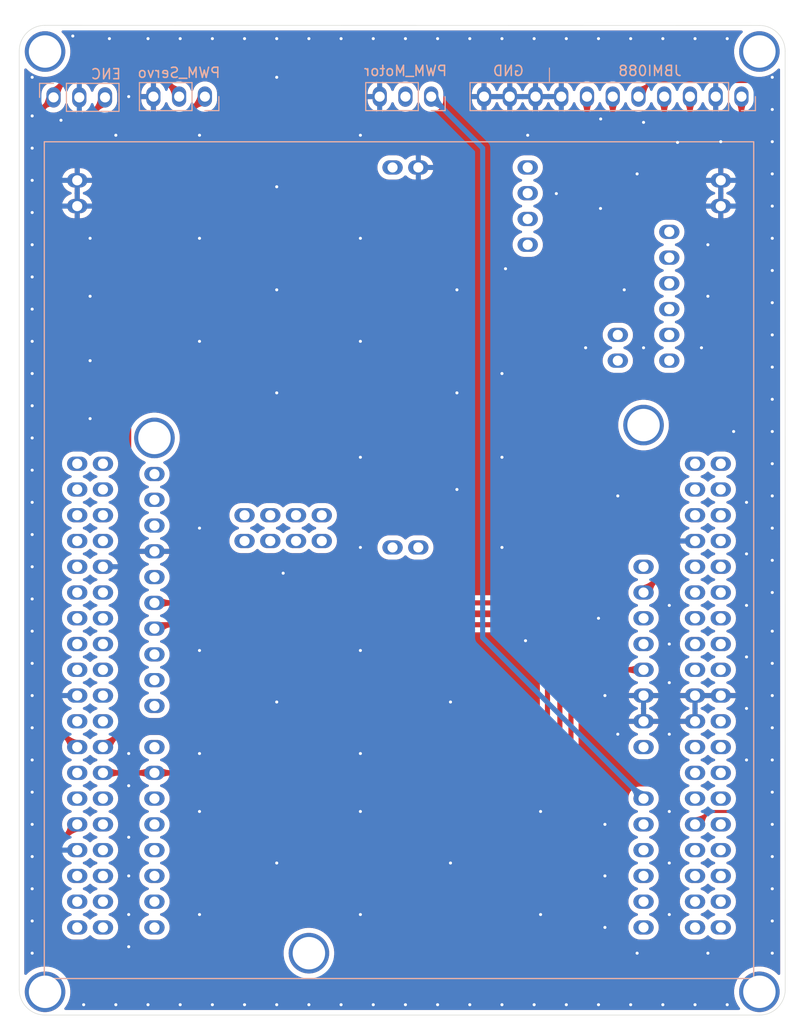
<source format=kicad_pcb>
(kicad_pcb (version 20241229) (generator "pcbnew") (generator_version "9.0")
  (layers (0 "F.Cu" signal) (2 "B.Cu" signal) (13 "F.Paste" user) (15 "B.Paste" user) (5 "F.SilkS" user "F.Silkscreen") (7 "B.SilkS" user "B.Silkscreen") (1 "F.Mask" user) (3 "B.Mask" user) (25 "Edge.Cuts" user))
  (net 0 "")
  (net 1 "ENC")
  (net 2 "MISO")
  (net 3 "CSB2")
  (net 4 "CSB1")
  (net 5 "MOSI")
  (net 6 "+3V3")
  (net 7 "GND")
  (net 8 "SCK")
  (net 10 "PWM_MOT")
  (net 11 "PWM_SERVO")
  (net 12 "+5V")
  (net 13 "E5V")
  (net 14 "VDD")
  (net 52 "5V_USB_CHG")
  (net 69 "E5V_1")
  (net 77 "5V_USB_CHG_1")
  (net 86 "VIN")
  (net 88 "VIN_1")
  (net 93 "VDD_1")
  (footprint "" (layer "F.Cu") (at 27.305 120.65)
    (property "Reference" "" (at 0 0 0) (layer "F.SilkS") (effects (font (size 1.27 1.27))))
    (property "Value" "")
    (pad "" thru_hole circle (at 0 0 180) (size 4 4) (drill 3.2) (layers "*.Cu" "*.Mask"))
  )
  (footprint "" (layer "F.Cu") (at 27.305 27.94)
    (property "Reference" "" (at 0 0 0) (layer "F.SilkS") (effects (font (size 1.27 1.27))))
    (property "Value" "")
    (pad "" thru_hole circle (at 0 0 180) (size 4 4) (drill 3.2) (layers "*.Cu" "*.Mask"))
  )
  (footprint "" (layer "F.Cu") (at 97.79 120.65)
    (property "Reference" "" (at 0 0 0) (layer "F.SilkS") (effects (font (size 1.27 1.27))))
    (property "Value" "")
    (pad "" thru_hole circle (at 0 0 180) (size 4 4) (drill 3.2) (layers "*.Cu" "*.Mask"))
  )
  (footprint "" (layer "F.Cu") (at 97.79 27.94)
    (property "Reference" "" (at 0 0 0) (layer "F.SilkS") (effects (font (size 1.27 1.27))))
    (property "Value" "")
    (pad "" thru_hole circle (at 0 0 180) (size 4 4) (drill 3.2) (layers "*.Cu" "*.Mask"))
  )
  (footprint "NUCLEO-G0B1RE:MODULE_NUCLEO-G0B1RE" (layer "B.Cu") (at 62.23 78.09 180)
    (property "Reference" "U1" (hide yes))
    (property "Value" "NUCLEO-G0B1RE")
    (fp_line (start 35 41.25) (end 35 -41.25) (stroke (width 0.127)) (layer "B.SilkS"))
    (fp_line (start 35 -41.25) (end -35 -41.25) (stroke (width 0.127)) (layer "B.SilkS"))
    (fp_line (start -35 41.25) (end 35 41.25) (stroke (width 0.127)) (layer "B.SilkS"))
    (fp_line (start -35 -41.25) (end -35 41.25) (stroke (width 0.127)) (layer "B.SilkS"))
    (pad "" thru_hole circle (at -24.1299 13.32) (size 4 4) (drill 3.2) (layers "*.Cu" "*.Mask"))
    (pad "" thru_hole circle (at 8.8901 -38.75) (size 4 4) (drill 3.2) (layers "*.Cu" "*.Mask"))
    (pad "" thru_hole circle (at 24.1301 12.05) (size 4 4) (drill 3.2) (layers "*.Cu" "*.Mask"))
    (pad "CN4_1" thru_hole oval (at -12.7 38.72 180) (size 2 1.4) (drill 1) (layers "*.Cu" "*.Mask"))
    (pad "CN4_2" thru_hole oval (at -12.7 36.18 180) (size 2 1.4) (drill 1) (layers "*.Cu" "*.Mask"))
    (pad "CN4_3" thru_hole oval (at -12.7 33.64 180) (size 2 1.4) (drill 1) (layers "*.Cu" "*.Mask"))
    (pad "CN4_4" thru_hole oval (at -12.7 31.1 180) (size 2 1.4) (drill 1) (layers "*.Cu" "*.Mask"))
    (pad "CN5_1" thru_hole oval (at 24.13 -14.37 180) (size 2 1.4) (drill 1) (layers "*.Cu" "*.Mask"))
    (pad "CN5_2" thru_hole oval (at 24.13 -11.83 180) (size 2 1.4) (drill 1) (layers "*.Cu" "*.Mask"))
    (pad "CN5_3" thru_hole oval (at 24.13 -9.29 180) (size 2 1.4) (drill 1) (layers "*.Cu" "*.Mask"))
    (pad "CN5_4" thru_hole oval (at 24.13 -6.75 180) (size 2 1.4) (drill 1) (layers "*.Cu" "*.Mask") (net 5 "MOSI"))
    (pad "CN5_5" thru_hole oval (at 24.13 -4.21 180) (size 2 1.4) (drill 1) (layers "*.Cu" "*.Mask") (net 2 "MISO"))
    (pad "CN5_6" thru_hole oval (at 24.13 -1.67 180) (size 2 1.4) (drill 1) (layers "*.Cu" "*.Mask"))
    (pad "CN5_7" thru_hole oval (at 24.13 0.87 180) (size 2 1.4) (drill 1) (layers "*.Cu" "*.Mask") (net 7 "GND"))
    (pad "CN5_8" thru_hole oval (at 24.13 3.41 180) (size 2 1.4) (drill 1) (layers "*.Cu" "*.Mask"))
    (pad "CN5_9" thru_hole oval (at 24.13 5.95 180) (size 2 1.4) (drill 1) (layers "*.Cu" "*.Mask"))
    (pad "CN5_10" thru_hole oval (at 24.13 8.49 180) (size 2 1.4) (drill 1) (layers "*.Cu" "*.Mask"))
    (pad "CN6_1" thru_hole oval (at -24.13 -0.65 180) (size 2 1.4) (drill 1) (layers "*.Cu" "*.Mask"))
    (pad "CN6_2" thru_hole oval (at -24.13 -3.19 180) (size 2 1.4) (drill 1) (layers "*.Cu" "*.Mask") (net 6 "+3V3"))
    (pad "CN6_3" thru_hole oval (at -24.13 -5.73 180) (size 2 1.4) (drill 1) (layers "*.Cu" "*.Mask"))
    (pad "CN6_4" thru_hole oval (at -24.13 -8.27 180) (size 2 1.4) (drill 1) (layers "*.Cu" "*.Mask") (net 6 "+3V3"))
    (pad "CN6_5" thru_hole oval (at -24.13 -10.81 180) (size 2 1.4) (drill 1) (layers "*.Cu" "*.Mask") (net 12 "+5V"))
    (pad "CN6_6" thru_hole oval (at -24.13 -13.35 180) (size 2 1.4) (drill 1) (layers "*.Cu" "*.Mask") (net 7 "GND"))
    (pad "CN6_7" thru_hole oval (at -24.13 -15.89 180) (size 2 1.4) (drill 1) (layers "*.Cu" "*.Mask") (net 7 "GND"))
    (pad "CN6_8" thru_hole oval (at -24.13 -18.43 180) (size 2 1.4) (drill 1) (layers "*.Cu" "*.Mask") (net 86 "VIN"))
    (pad "CN7_1" thru_hole oval (at -31.75 9.51 180) (size 2 1.4) (drill 1) (layers "*.Cu" "*.Mask"))
    (pad "CN7_2" thru_hole oval (at -29.21 9.51 180) (size 2 1.4) (drill 1) (layers "*.Cu" "*.Mask"))
    (pad "CN7_3" thru_hole oval (at -31.75 6.97 180) (size 2 1.4) (drill 1) (layers "*.Cu" "*.Mask"))
    (pad "CN7_4" thru_hole oval (at -29.21 6.97 180) (size 2 1.4) (drill 1) (layers "*.Cu" "*.Mask"))
    (pad "CN7_5" thru_hole oval (at -31.75 4.43 180) (size 2 1.4) (drill 1) (layers "*.Cu" "*.Mask") (net 14 "VDD"))
    (pad "CN7_6" thru_hole oval (at -29.21 4.43 180) (size 2 1.4) (drill 1) (layers "*.Cu" "*.Mask") (net 69 "E5V_1"))
    (pad "CN7_7" thru_hole oval (at -31.75 1.89 180) (size 2 1.4) (drill 1) (layers "*.Cu" "*.Mask"))
    (pad "CN7_8" thru_hole oval (at -29.21 1.89 180) (size 2 1.4) (drill 1) (layers "*.Cu" "*.Mask") (net 7 "GND"))
    (pad "CN7_9" thru_hole oval (at -31.75 -0.65 180) (size 2 1.4) (drill 1) (layers "*.Cu" "*.Mask"))
    (pad "CN7_10" thru_hole oval (at -29.21 -0.65 180) (size 2 1.4) (drill 1) (layers "*.Cu" "*.Mask"))
    (pad "CN7_11" thru_hole oval (at -31.75 -3.19 180) (size 2 1.4) (drill 1) (layers "*.Cu" "*.Mask"))
    (pad "CN7_12" thru_hole oval (at -29.21 -3.19 180) (size 2 1.4) (drill 1) (layers "*.Cu" "*.Mask") (net 6 "+3V3"))
    (pad "CN7_13" thru_hole oval (at -31.75 -5.73 180) (size 2 1.4) (drill 1) (layers "*.Cu" "*.Mask"))
    (pad "CN7_14" thru_hole oval (at -29.21 -5.73 180) (size 2 1.4) (drill 1) (layers "*.Cu" "*.Mask"))
    (pad "CN7_15" thru_hole oval (at -31.75 -8.27 180) (size 2 1.4) (drill 1) (layers "*.Cu" "*.Mask"))
    (pad "CN7_16" thru_hole oval (at -29.21 -8.27 180) (size 2 1.4) (drill 1) (layers "*.Cu" "*.Mask") (net 6 "+3V3"))
    (pad "CN7_17" thru_hole oval (at -31.75 -10.81 180) (size 2 1.4) (drill 1) (layers "*.Cu" "*.Mask"))
    (pad "CN7_18" thru_hole oval (at -29.21 -10.81 180) (size 2 1.4) (drill 1) (layers "*.Cu" "*.Mask") (net 12 "+5V"))
    (pad "CN7_19" thru_hole oval (at -31.75 -13.35 180) (size 2 1.4) (drill 1) (layers "*.Cu" "*.Mask") (net 7 "GND"))
    (pad "CN7_20" thru_hole oval (at -29.21 -13.35 180) (size 2 1.4) (drill 1) (layers "*.Cu" "*.Mask") (net 7 "GND"))
    (pad "CN7_21" thru_hole oval (at -31.75 -15.89 180) (size 2 1.4) (drill 1) (layers "*.Cu" "*.Mask"))
    (pad "CN7_22" thru_hole oval (at -29.21 -15.89 180) (size 2 1.4) (drill 1) (layers "*.Cu" "*.Mask") (net 7 "GND"))
    (pad "CN7_23" thru_hole oval (at -31.75 -18.43 180) (size 2 1.4) (drill 1) (layers "*.Cu" "*.Mask"))
    (pad "CN7_24" thru_hole oval (at -29.21 -18.43 180) (size 2 1.4) (drill 1) (layers "*.Cu" "*.Mask") (net 88 "VIN_1"))
    (pad "CN7_25" thru_hole oval (at -31.75 -20.97 180) (size 2 1.4) (drill 1) (layers "*.Cu" "*.Mask"))
    (pad "CN7_26" thru_hole oval (at -29.21 -20.97 180) (size 2 1.4) (drill 1) (layers "*.Cu" "*.Mask"))
    (pad "CN7_27" thru_hole oval (at -31.75 -23.51 180) (size 2 1.4) (drill 1) (layers "*.Cu" "*.Mask"))
    (pad "CN7_28" thru_hole oval (at -29.21 -23.51 180) (size 2 1.4) (drill 1) (layers "*.Cu" "*.Mask") (net 10 "PWM_MOT"))
    (pad "CN7_29" thru_hole oval (at -31.75 -26.05 180) (size 2 1.4) (drill 1) (layers "*.Cu" "*.Mask"))
    (pad "CN7_30" thru_hole oval (at -29.21 -26.05 180) (size 2 1.4) (drill 1) (layers "*.Cu" "*.Mask") (net 8 "SCK"))
    (pad "CN7_31" thru_hole oval (at -31.75 -28.59 180) (size 2 1.4) (drill 1) (layers "*.Cu" "*.Mask"))
    (pad "CN7_32" thru_hole oval (at -29.21 -28.59 180) (size 2 1.4) (drill 1) (layers "*.Cu" "*.Mask"))
    (pad "CN7_33" thru_hole oval (at -31.75 -31.13 180) (size 2 1.4) (drill 1) (layers "*.Cu" "*.Mask"))
    (pad "CN7_34" thru_hole oval (at -29.21 -31.13 180) (size 2 1.4) (drill 1) (layers "*.Cu" "*.Mask"))
    (pad "CN7_35" thru_hole oval (at -31.75 -33.67 180) (size 2 1.4) (drill 1) (layers "*.Cu" "*.Mask"))
    (pad "CN7_36" thru_hole oval (at -29.21 -33.67 180) (size 2 1.4) (drill 1) (layers "*.Cu" "*.Mask"))
    (pad "CN7_37" thru_hole oval (at -31.75 -36.21 180) (size 2 1.4) (drill 1) (layers "*.Cu" "*.Mask"))
    (pad "CN7_38" thru_hole oval (at -29.21 -36.21 180) (size 2 1.4) (drill 1) (layers "*.Cu" "*.Mask"))
    (pad "CN8_1" thru_hole oval (at -24.13 -23.51 180) (size 2 1.4) (drill 1) (layers "*.Cu" "*.Mask") (net 10 "PWM_MOT"))
    (pad "CN8_2" thru_hole oval (at -24.13 -26.05 180) (size 2 1.4) (drill 1) (layers "*.Cu" "*.Mask") (net 8 "SCK"))
    (pad "CN8_3" thru_hole oval (at -24.13 -28.59 180) (size 2 1.4) (drill 1) (layers "*.Cu" "*.Mask"))
    (pad "CN8_4" thru_hole oval (at -24.13 -31.13 180) (size 2 1.4) (drill 1) (layers "*.Cu" "*.Mask"))
    (pad "CN8_5" thru_hole oval (at -24.13 -33.67 180) (size 2 1.4) (drill 1) (layers "*.Cu" "*.Mask"))
    (pad "CN8_6" thru_hole oval (at -24.13 -36.21 180) (size 2 1.4) (drill 1) (layers "*.Cu" "*.Mask"))
    (pad "CN9_1" thru_hole oval (at 24.13 -36.21 180) (size 2 1.4) (drill 1) (layers "*.Cu" "*.Mask"))
    (pad "CN9_2" thru_hole oval (at 24.13 -33.67 180) (size 2 1.4) (drill 1) (layers "*.Cu" "*.Mask"))
    (pad "CN9_3" thru_hole oval (at 24.13 -31.13 180) (size 2 1.4) (drill 1) (layers "*.Cu" "*.Mask"))
    (pad "CN9_4" thru_hole oval (at 24.13 -28.59 180) (size 2 1.4) (drill 1) (layers "*.Cu" "*.Mask"))
    (pad "CN9_5" thru_hole oval (at 24.13 -26.05 180) (size 2 1.4) (drill 1) (layers "*.Cu" "*.Mask"))
    (pad "CN9_6" thru_hole oval (at 24.13 -23.51 180) (size 2 1.4) (drill 1) (layers "*.Cu" "*.Mask"))
    (pad "CN9_7" thru_hole oval (at 24.13 -20.97 180) (size 2 1.4) (drill 1) (layers "*.Cu" "*.Mask") (net 3 "CSB2"))
    (pad "CN9_8" thru_hole oval (at 24.13 -18.43 180) (size 2 1.4) (drill 1) (layers "*.Cu" "*.Mask") (net 11 "PWM_SERVO"))
    (pad "CN10_1" thru_hole oval (at 29.21 9.51 180) (size 2 1.4) (drill 1) (layers "*.Cu" "*.Mask"))
    (pad "CN10_2" thru_hole oval (at 31.75 9.51 180) (size 2 1.4) (drill 1) (layers "*.Cu" "*.Mask"))
    (pad "CN10_3" thru_hole oval (at 29.21 6.97 180) (size 2 1.4) (drill 1) (layers "*.Cu" "*.Mask"))
    (pad "CN10_4" thru_hole oval (at 31.75 6.97 180) (size 2 1.4) (drill 1) (layers "*.Cu" "*.Mask"))
    (pad "CN10_5" thru_hole oval (at 29.21 4.43 180) (size 2 1.4) (drill 1) (layers "*.Cu" "*.Mask"))
    (pad "CN10_6" thru_hole oval (at 31.75 4.43 180) (size 2 1.4) (drill 1) (layers "*.Cu" "*.Mask"))
    (pad "CN10_7" thru_hole oval (at 29.21 1.89 180) (size 2 1.4) (drill 1) (layers "*.Cu" "*.Mask"))
    (pad "CN10_8" thru_hole oval (at 31.75 1.89 180) (size 2 1.4) (drill 1) (layers "*.Cu" "*.Mask") (net 52 "5V_USB_CHG"))
    (pad "CN10_9" thru_hole oval (at 29.21 -0.65 180) (size 2 1.4) (drill 1) (layers "*.Cu" "*.Mask") (net 7 "GND"))
    (pad "CN10_10" thru_hole oval (at 31.75 -0.65 180) (size 2 1.4) (drill 1) (layers "*.Cu" "*.Mask"))
    (pad "CN10_11" thru_hole oval (at 29.21 -3.19 180) (size 2 1.4) (drill 1) (layers "*.Cu" "*.Mask"))
    (pad "CN10_12" thru_hole oval (at 31.75 -3.19 180) (size 2 1.4) (drill 1) (layers "*.Cu" "*.Mask"))
    (pad "CN10_13" thru_hole oval (at 29.21 -5.73 180) (size 2 1.4) (drill 1) (layers "*.Cu" "*.Mask") (net 2 "MISO"))
    (pad "CN10_14" thru_hole oval (at 31.75 -5.73 180) (size 2 1.4) (drill 1) (layers "*.Cu" "*.Mask"))
    (pad "CN10_15" thru_hole oval (at 29.21 -8.27 180) (size 2 1.4) (drill 1) (layers "*.Cu" "*.Mask") (net 5 "MOSI"))
    (pad "CN10_16" thru_hole oval (at 31.75 -8.27 180) (size 2 1.4) (drill 1) (layers "*.Cu" "*.Mask"))
    (pad "CN10_17" thru_hole oval (at 29.21 -10.81 180) (size 2 1.4) (drill 1) (layers "*.Cu" "*.Mask"))
    (pad "CN10_18" thru_hole oval (at 31.75 -10.81 180) (size 2 1.4) (drill 1) (layers "*.Cu" "*.Mask"))
    (pad "CN10_19" thru_hole oval (at 29.21 -13.35 180) (size 2 1.4) (drill 1) (layers "*.Cu" "*.Mask"))
    (pad "CN10_20" thru_hole oval (at 31.75 -13.35 180) (size 2 1.4) (drill 1) (layers "*.Cu" "*.Mask") (net 7 "GND"))
    (pad "CN10_21" thru_hole oval (at 29.21 -15.89 180) (size 2 1.4) (drill 1) (layers "*.Cu" "*.Mask"))
    (pad "CN10_22" thru_hole oval (at 31.75 -15.89 180) (size 2 1.4) (drill 1) (layers "*.Cu" "*.Mask"))
    (pad "CN10_23" thru_hole oval (at 29.21 -18.43 180) (size 2 1.4) (drill 1) (layers "*.Cu" "*.Mask") (net 11 "PWM_SERVO"))
    (pad "CN10_24" thru_hole oval (at 31.75 -18.43 180) (size 2 1.4) (drill 1) (layers "*.Cu" "*.Mask") (net 1 "ENC"))
    (pad "CN10_25" thru_hole oval (at 29.21 -20.97 180) (size 2 1.4) (drill 1) (layers "*.Cu" "*.Mask") (net 3 "CSB2"))
    (pad "CN10_26" thru_hole oval (at 31.75 -20.97 180) (size 2 1.4) (drill 1) (layers "*.Cu" "*.Mask"))
    (pad "CN10_27" thru_hole oval (at 29.21 -23.51 180) (size 2 1.4) (drill 1) (layers "*.Cu" "*.Mask"))
    (pad "CN10_28" thru_hole oval (at 31.75 -23.51 180) (size 2 1.4) (drill 1) (layers "*.Cu" "*.Mask"))
    (pad "CN10_29" thru_hole oval (at 29.21 -26.05 180) (size 2 1.4) (drill 1) (layers "*.Cu" "*.Mask"))
    (pad "CN10_30" thru_hole oval (at 31.75 -26.05 180) (size 2 1.4) (drill 1) (layers "*.Cu" "*.Mask") (net 4 "CSB1"))
    (pad "CN10_31" thru_hole oval (at 29.21 -28.59 180) (size 2 1.4) (drill 1) (layers "*.Cu" "*.Mask"))
    (pad "CN10_32" thru_hole oval (at 31.75 -28.59 180) (size 2 1.4) (drill 1) (layers "*.Cu" "*.Mask") (net 7 "GND"))
    (pad "CN10_33" thru_hole oval (at 29.21 -31.13 180) (size 2 1.4) (drill 1) (layers "*.Cu" "*.Mask"))
    (pad "CN10_34" thru_hole oval (at 31.75 -31.13 180) (size 2 1.4) (drill 1) (layers "*.Cu" "*.Mask"))
    (pad "CN10_35" thru_hole oval (at 29.21 -33.67 180) (size 2 1.4) (drill 1) (layers "*.Cu" "*.Mask"))
    (pad "CN10_36" thru_hole oval (at 31.75 -33.67 180) (size 2 1.4) (drill 1) (layers "*.Cu" "*.Mask"))
    (pad "CN10_37" thru_hole oval (at 29.21 -36.21 180) (size 2 1.4) (drill 1) (layers "*.Cu" "*.Mask"))
    (pad "CN10_38" thru_hole oval (at 31.75 -36.21 180) (size 2 1.4) (drill 1) (layers "*.Cu" "*.Mask"))
    (pad "CN11_1" thru_hole oval (at -26.67 32.37 180) (size 2 1.4) (drill 1) (layers "*.Cu" "*.Mask"))
    (pad "CN11_2" thru_hole oval (at -26.67 29.83 180) (size 2 1.4) (drill 1) (layers "*.Cu" "*.Mask"))
    (pad "CN11_3" thru_hole oval (at -26.67 27.29 180) (size 2 1.4) (drill 1) (layers "*.Cu" "*.Mask"))
    (pad "CN11_4" thru_hole oval (at -26.67 24.75 180) (size 2 1.4) (drill 1) (layers "*.Cu" "*.Mask"))
    (pad "CN11_5" thru_hole oval (at -26.67 22.21 180) (size 2 1.4) (drill 1) (layers "*.Cu" "*.Mask"))
    (pad "CN11_6" thru_hole oval (at -26.67 19.67 180) (size 2 1.4) (drill 1) (layers "*.Cu" "*.Mask"))
    (pad "JP1_1" thru_hole oval (at 0.635 38.72 180) (size 2 1.4) (drill 1) (layers "*.Cu" "*.Mask"))
    (pad "JP1_2" thru_hole oval (at -1.905 38.72 180) (size 2 1.4) (drill 1) (layers "*.Cu" "*.Mask") (net 7 "GND"))
    (pad "JP2_1" thru_hole oval (at 15.24 4.43 180) (size 2 1.4) (drill 1) (layers "*.Cu" "*.Mask"))
    (pad "JP2_2" thru_hole oval (at 15.24 1.89 180) (size 2 1.4) (drill 1) (layers "*.Cu" "*.Mask") (net 12 "+5V"))
    (pad "JP2_3" thru_hole oval (at 12.7 4.43 180) (size 2 1.4) (drill 1) (layers "*.Cu" "*.Mask"))
    (pad "JP2_4" thru_hole oval (at 12.7 1.89 180) (size 2 1.4) (drill 1) (layers "*.Cu" "*.Mask") (net 12 "+5V"))
    (pad "JP2_5" thru_hole oval (at 10.16 4.43 180) (size 2 1.4) (drill 1) (layers "*.Cu" "*.Mask") (net 13 "E5V"))
    (pad "JP2_6" thru_hole oval (at 10.16 1.89 180) (size 2 1.4) (drill 1) (layers "*.Cu" "*.Mask") (net 12 "+5V"))
    (pad "JP2_7" thru_hole oval (at 7.62 4.43 180) (size 2 1.4) (drill 1) (layers "*.Cu" "*.Mask") (net 77 "5V_USB_CHG_1"))
    (pad "JP2_8" thru_hole oval (at 7.62 1.89 180) (size 2 1.4) (drill 1) (layers "*.Cu" "*.Mask") (net 12 "+5V"))
    (pad "JP3_1" thru_hole oval (at -1.905 1.255 180) (size 2 1.4) (drill 1) (layers "*.Cu" "*.Mask") (net 93 "VDD_1"))
    (pad "JP3_2" thru_hole oval (at 0.635 1.255 180) (size 2 1.4) (drill 1) (layers "*.Cu" "*.Mask") (net 6 "+3V3"))
    (pad "JP4_1" thru_hole oval (at -31.75 34.91 180) (size 2 1.4) (drill 1) (layers "*.Cu" "*.Mask") (net 7 "GND"))
    (pad "JP4_2" thru_hole oval (at -31.75 37.45 180) (size 2 1.4) (drill 1) (layers "*.Cu" "*.Mask") (net 7 "GND"))
    (pad "JP5_1" thru_hole oval (at 31.75 34.91 180) (size 2 1.4) (drill 1) (layers "*.Cu" "*.Mask") (net 7 "GND"))
    (pad "JP5_2" thru_hole oval (at 31.75 37.45 180) (size 2 1.4) (drill 1) (layers "*.Cu" "*.Mask") (net 7 "GND"))
    (pad "JP6_1" thru_hole oval (at -21.59 19.67 180) (size 2 1.4) (drill 1) (layers "*.Cu" "*.Mask"))
    (pad "JP6_2" thru_hole oval (at -21.59 22.21 180) (size 2 1.4) (drill 1) (layers "*.Cu" "*.Mask"))
  )
  (footprint "Connector_PinHeader_2.54mm:PinHeader_1x03_P2.54mm_Vertical" (layer "B.Cu") (at 28.143907 32.460493 -90)
    (property "Reference" "ENC" (at -2.295037 -5.173249 180) (layer "B.SilkS") (effects (justify mirror)))
    (property "Value" "Conn_01x03")
    (fp_line (start -1.38 1.38) (end 0 1.38) (stroke (width 0.12)) (layer "B.SilkS"))
    (fp_line (start -1.38 0) (end -1.38 1.38) (stroke (width 0.12)) (layer "B.SilkS"))
    (fp_line (start -1.38 -1.27) (end 1.38 -1.27) (stroke (width 0.12)) (layer "B.SilkS"))
    (fp_line (start -1.38 -1.27) (end -1.38 -6.46) (stroke (width 0.12)) (layer "B.SilkS"))
    (fp_line (start 1.38 -1.27) (end 1.38 -6.46) (stroke (width 0.12)) (layer "B.SilkS"))
    (fp_line (start -1.38 -6.46) (end 1.38 -6.46) (stroke (width 0.12)) (layer "B.SilkS"))
    (pad "1" thru_hole oval (at 0 0 270) (size 2 1.4) (drill 1) (layers "*.Cu" "*.Mask") (net 12 "+5V"))
    (pad "2" thru_hole oval (at 0 -2.54 270) (size 2 1.4) (drill 1) (layers "*.Cu" "*.Mask") (net 7 "GND"))
    (pad "3" thru_hole oval (at 0 -5.08 270) (size 2 1.4) (drill 1) (layers "*.Cu" "*.Mask") (net 1 "ENC"))
  )
  (footprint "Connector_PinHeader_2.54mm:PinHeader_1x03_P2.54mm_Vertical" (layer "B.Cu") (at 43.0784 32.385 90)
    (property "Reference" "PWM_Servo" (at 2.355237 -2.561353 0) (layer "B.SilkS") (effects (justify mirror)))
    (property "Value" "Conn_01x03" (hide yes))
    (fp_line (start -1.38 -6.46) (end 1.38 -6.46) (stroke (width 0.12)) (layer "B.SilkS"))
    (fp_line (start 1.38 -1.27) (end 1.38 -6.46) (stroke (width 0.12)) (layer "B.SilkS"))
    (fp_line (start -1.38 -1.27) (end -1.38 -6.46) (stroke (width 0.12)) (layer "B.SilkS"))
    (fp_line (start -1.38 -1.27) (end 1.38 -1.27) (stroke (width 0.12)) (layer "B.SilkS"))
    (fp_line (start -1.38 0) (end -1.38 1.38) (stroke (width 0.12)) (layer "B.SilkS"))
    (fp_line (start -1.38 1.38) (end 0 1.38) (stroke (width 0.12)) (layer "B.SilkS"))
    (pad "1" thru_hole oval (at 0 0 90) (size 2 1.4) (drill 1) (layers "*.Cu" "*.Mask") (net 11 "PWM_SERVO"))
    (pad "2" thru_hole oval (at 0 -2.54 90) (size 2 1.4) (drill 1) (layers "*.Cu" "*.Mask") (net 12 "+5V"))
    (pad "3" thru_hole oval (at 0 -5.08 90) (size 2 1.4) (drill 1) (layers "*.Cu" "*.Mask") (net 7 "GND"))
  )
  (footprint "Connector_PinHeader_2.54mm:PinHeader_1x11_P2.54mm_Vertical" (layer "B.Cu") (at 96.02 32.385 90)
    (property "Reference" "JBMI088" (at 2.54 -9.025 0) (layer "B.SilkS") (effects (justify mirror)))
    (property "Value" "Conn_01x11" (hide yes))
    (fp_line (start -1.38 -26.78) (end 1.38 -26.78) (stroke (width 0.12)) (layer "B.SilkS"))
    (fp_line (start 1.38 -1.27) (end 1.38 -26.78) (stroke (width 0.12)) (layer "B.SilkS"))
    (fp_line (start -1.38 -1.27) (end -1.38 -26.78) (stroke (width 0.12)) (layer "B.SilkS"))
    (fp_line (start -1.38 -1.27) (end 1.38 -1.27) (stroke (width 0.12)) (layer "B.SilkS"))
    (fp_line (start -1.38 0) (end -1.38 1.38) (stroke (width 0.12)) (layer "B.SilkS"))
    (fp_line (start -1.38 1.38) (end 0 1.38) (stroke (width 0.12)) (layer "B.SilkS"))
    (pad "1" thru_hole oval (at 0 0 90) (size 2 1.4) (drill 1) (layers "*.Cu" "*.Mask") (net 6 "+3V3"))
    (pad "2" thru_hole oval (at 0 -2.54 90) (size 2 1.4) (drill 1) (layers "*.Cu" "*.Mask") (net 7 "GND"))
    (pad "3" thru_hole oval (at 0 -5.08 90) (size 2 1.4) (drill 1) (layers "*.Cu" "*.Mask") (net 4 "CSB1"))
    (pad "4" thru_hole oval (at 0 -7.62 90) (size 2 1.4) (drill 1) (layers "*.Cu" "*.Mask") (net 3 "CSB2"))
    (pad "5" thru_hole oval (at 0 -10.16 90) (size 2 1.4) (drill 1) (layers "*.Cu" "*.Mask") (net 8 "SCK"))
    (pad "6" thru_hole oval (at 0 -12.7 90) (size 2 1.4) (drill 1) (layers "*.Cu" "*.Mask") (net 5 "MOSI"))
    (pad "7" thru_hole oval (at 0 -15.24 90) (size 2 1.4) (drill 1) (layers "*.Cu" "*.Mask") (net 2 "MISO"))
    (pad "8" thru_hole oval (at 0 -17.78 90) (size 2 1.4) (drill 1) (layers "*.Cu" "*.Mask") (net 7 "GND"))
    (pad "9" thru_hole oval (at 0 -20.32 90) (size 2 1.4) (drill 1) (layers "*.Cu" "*.Mask") (net 7 "GND"))
    (pad "10" thru_hole oval (at 0 -22.86 90) (size 2 1.4) (drill 1) (layers "*.Cu" "*.Mask") (net 7 "GND"))
    (pad "11" thru_hole oval (at 0 -25.4 90) (size 2 1.4) (drill 1) (layers "*.Cu" "*.Mask") (net 7 "GND"))
  )
  (footprint "Connector_PinHeader_2.54mm:PinHeader_1x03_P2.54mm_Vertical" (layer "B.Cu") (at 65.405 32.385 90)
    (property "Reference" "PWM_Motor" (at 2.54 -2.54 0) (layer "B.SilkS") (effects (justify mirror)))
    (property "Value" "Conn_01x03" (hide yes))
    (fp_line (start -1.38 -6.46) (end 1.38 -6.46) (stroke (width 0.12)) (layer "B.SilkS"))
    (fp_line (start 1.38 -1.27) (end 1.38 -6.46) (stroke (width 0.12)) (layer "B.SilkS"))
    (fp_line (start -1.38 -1.27) (end -1.38 -6.46) (stroke (width 0.12)) (layer "B.SilkS"))
    (fp_line (start -1.38 -1.27) (end 1.38 -1.27) (stroke (width 0.12)) (layer "B.SilkS"))
    (fp_line (start -1.38 0) (end -1.38 1.38) (stroke (width 0.12)) (layer "B.SilkS"))
    (fp_line (start -1.38 1.38) (end 0 1.38) (stroke (width 0.12)) (layer "B.SilkS"))
    (pad "1" thru_hole oval (at 0 0 90) (size 2 1.4) (drill 1) (layers "*.Cu" "*.Mask") (net 10 "PWM_MOT"))
    (pad "2" thru_hole oval (at 0 -2.54 90) (size 2 1.4) (drill 1) (layers "*.Cu" "*.Mask"))
    (pad "3" thru_hole oval (at 0 -5.08 90) (size 2 1.4) (drill 1) (layers "*.Cu" "*.Mask") (net 7 "GND"))
  )
  (gr_line (start 77.072839 31.005) (end 77.073809 29.565949) (stroke (width 0.1)) (layer "B.SilkS"))
  (gr_line (start 24.758981 120.41102) (end 24.75898 27.88898) (stroke (width 0.05)) (layer "Edge.Cuts"))
  (gr_line (start 97.81102 122.941019) (end 27.28898 122.94102) (stroke (width 0.05)) (layer "Edge.Cuts"))
  (gr_arc (start 24.75898 27.88898) (mid 25.5 26.1) (end 27.28898 25.35898) (stroke (width 0.05)) (layer "Edge.Cuts"))
  (gr_line (start 100.33 27.9) (end 100.34102 120.41102) (stroke (width 0.05)) (layer "Edge.Cuts"))
  (gr_line (start 27.28898 25.35898) (end 97.8 25.37) (stroke (width 0.05)) (layer "Edge.Cuts"))
  (gr_arc (start 27.28898 122.94102) (mid 25.5 122.2) (end 24.75898 120.41102) (stroke (width 0.05)) (layer "Edge.Cuts"))
  (gr_arc (start 97.8 25.37) (mid 99.58898 26.11102) (end 100.33 27.9) (stroke (width 0.05)) (layer "Edge.Cuts"))
  (gr_arc (start 100.34102 120.41102) (mid 99.6 122.2) (end 97.81102 122.94102) (stroke (width 0.05)) (layer "Edge.Cuts"))
  (gr_text "GND\n" (at 73.025 29.845 0) (layer "B.SilkS") (effects (font (size 1 1)) (justify mirror)))
  (segment (start 28.0924 37.8968) (end 33.223907 32.765293) (width 0.5) (layer "F.Cu") (net 1))
  (segment (start 33.223907 32.765293) (end 33.223907 32.460493) (width 0.5) (layer "F.Cu") (net 1))
  (segment (start 28.0924 94.2594) (end 28.0924 37.8968) (width 0.5) (layer "F.Cu") (net 1))
  (segment (start 30.48 96.52) (end 30.353 96.52) (width 0.5) (layer "F.Cu") (net 1))
  (segment (start 30.353 96.52) (end 28.0924 94.2594) (width 0.5) (layer "F.Cu") (net 1))
  (segment (start 74.05 51.68) (end 74.05 80.5344) (width 0.5) (layer "F.Cu") (net 2))
  (segment (start 81.38 39.817264) (end 81.18 39.817264) (width 0.5) (layer "F.Cu") (net 2))
  (segment (start 81.18 39.817264) (end 80.78 39.817264) (width 0.5) (layer "F.Cu") (net 2))
  (segment (start 80.78 40.817264) (end 81.38 40.817264) (width 0.5) (layer "F.Cu") (net 2))
  (segment (start 80.18 42.817264) (end 80.38 42.817264) (width 0.5) (layer "F.Cu") (net 2))
  (segment (start 72.2844 82.3) (end 38.1 82.3) (width 0.5) (layer "F.Cu") (net 2))
  (segment (start 80.78 41.817264) (end 80.38 41.817264) (width 0.5) (layer "F.Cu") (net 2))
  (segment (start 80.78 43.217264) (end 80.78 43.417264) (width 0.5) (layer "F.Cu") (net 2))
  (segment (start 80.78 43.417264) (end 80.78 44.324223) (width 0.5) (layer "F.Cu") (net 2))
  (segment (start 80.78 44.95) (end 74.05 51.68) (width 0.5) (layer "F.Cu") (net 2))
  (segment (start 80.38 41.817264) (end 80.18 41.817264) (width 0.5) (layer "F.Cu") (net 2))
  (segment (start 81.78 41.217264) (end 81.78 41.417264) (width 0.5) (layer "F.Cu") (net 2))
  (segment (start 74.05 80.5344) (end 72.2844 82.3) (width 0.5) (layer "F.Cu") (net 2))
  (segment (start 80.78 44.324223) (end 80.78 44.95) (width 0.5) (layer "F.Cu") (net 2))
  (segment (start 81.78 39.217264) (end 81.78 39.417264) (width 0.5) (layer "F.Cu") (net 2))
  (segment (start 80.78 39.817264) (end 80.18 39.817264) (width 0.5) (layer "F.Cu") (net 2))
  (segment (start 79.78 42.217264) (end 79.78 42.417264) (width 0.5) (layer "F.Cu") (net 2))
  (segment (start 79.78 40.217264) (end 79.78 40.417264) (width 0.5) (layer "F.Cu") (net 2))
  (segment (start 81.38 41.817264) (end 80.78 41.817264) (width 0.5) (layer "F.Cu") (net 2))
  (segment (start 80.18 40.817264) (end 80.78 40.817264) (width 0.5) (layer "F.Cu") (net 2))
  (segment (start 81.18 38.817264) (end 81.38 38.817264) (width 0.5) (layer "F.Cu") (net 2))
  (segment (start 80.78 32.385) (end 80.78 38.417264) (width 0.5) (layer "F.Cu") (net 2))
  (arc (start 81.38 40.817264) (mid 81.662843 40.934421) (end 81.78 41.217264) (width 0.5) (layer "F.Cu") (net 2))
  (arc (start 81.78 39.417264) (mid 81.662843 39.700107) (end 81.38 39.817264) (width 0.5) (layer "F.Cu") (net 2))
  (arc (start 80.38 42.817264) (mid 80.662843 42.934421) (end 80.78 43.217264) (width 0.5) (layer "F.Cu") (net 2))
  (arc (start 79.78 40.417264) (mid 79.897157 40.700107) (end 80.18 40.817264) (width 0.5) (layer "F.Cu") (net 2))
  (arc (start 80.78 38.417264) (mid 80.897157 38.700107) (end 81.18 38.817264) (width 0.5) (layer "F.Cu") (net 2))
  (arc (start 81.78 41.417264) (mid 81.662843 41.700107) (end 81.38 41.817264) (width 0.5) (layer "F.Cu") (net 2))
  (arc (start 79.78 42.417264) (mid 79.897157 42.700107) (end 80.18 42.817264) (width 0.5) (layer "F.Cu") (net 2))
  (arc (start 81.38 38.817264) (mid 81.662843 38.934421) (end 81.78 39.217264) (width 0.5) (layer "F.Cu") (net 2))
  (arc (start 80.18 39.817264) (mid 79.897157 39.934421) (end 79.78 40.217264) (width 0.5) (layer "F.Cu") (net 2))
  (arc (start 80.18 41.817264) (mid 79.897157 41.934421) (end 79.78 42.217264) (width 0.5) (layer "F.Cu") (net 2))
  (segment (start 88.4 41.14) (end 76.88 52.66) (width 0.5) (layer "F.Cu") (net 3))
  (segment (start 73.8886 99.06) (end 38.1 99.06) (width 0.5) (layer "F.Cu") (net 3))
  (segment (start 76.88 96.0686) (end 73.8886 99.06) (width 0.5) (layer "F.Cu") (net 3))
  (segment (start 76.88 52.66) (end 76.88 96.0686) (width 0.5) (layer "F.Cu") (net 3))
  (segment (start 33.02 99.06) (end 38.1 99.06) (width 0.5) (layer "F.Cu") (net 3))
  (segment (start 88.4 32.385) (end 88.4 41.14) (width 0.5) (layer "F.Cu") (net 3))
  (segment (start 78.105 115.985) (end 75.98 118.11) (width 0.5) (layer "F.Cu") (net 4))
  (segment (start 30.41 118.11) (end 28.13 115.83) (width 0.5) (layer "F.Cu") (net 4))
  (segment (start 28.13 115.83) (end 28.13 106.49) (width 0.5) (layer "F.Cu") (net 4))
  (segment (start 78.105 53.480798) (end 78.105 115.985) (width 0.5) (layer "F.Cu") (net 4))
  (segment (start 75.98 118.11) (end 56.32372 118.11) (width 0.5) (layer "F.Cu") (net 4))
  (segment (start 56.32372 118.11) (end 54.876753 119.556967) (width 0.5) (layer "F.Cu") (net 4))
  (segment (start 50.284352 118.11) (end 30.41 118.11) (width 0.5) (layer "F.Cu") (net 4))
  (segment (start 54.876753 119.556967) (end 51.731319 119.556967) (width 0.5) (layer "F.Cu") (net 4))
  (segment (start 90.94 32.385) (end 90.94 40.645798) (width 0.5) (layer "F.Cu") (net 4))
  (segment (start 51.731319 119.556967) (end 50.284352 118.11) (width 0.5) (layer "F.Cu") (net 4))
  (segment (start 90.94 40.645798) (end 78.105 53.480798) (width 0.5) (layer "F.Cu") (net 4))
  (segment (start 28.13 106.49) (end 30.48 104.14) (width 0.5) (layer "F.Cu") (net 4))
  (segment (start 84.32 35.814638) (end 84.32 36.014638) (width 0.5) (layer "F.Cu") (net 5))
  (segment (start 83.72 35.414638) (end 83.92 35.414638) (width 0.5) (layer "F.Cu") (net 5))
  (segment (start 83.32 38.063391) (end 83.32 44.315) (width 0.5) (layer "F.Cu") (net 5))
  (segment (start 83.32 32.385) (end 83.32 35.014638) (width 0.5) (layer "F.Cu") (net 5))
  (segment (start 75.5 81.22) (end 72.265 84.455) (width 0.5) (layer "F.Cu") (net 5))
  (segment (start 83.72 36.414638) (end 82.92 36.414638) (width 0.5) (layer "F.Cu") (net 5))
  (segment (start 75.5 52.135) (end 75.5 81.22) (width 0.5) (layer "F.Cu") (net 5))
  (segment (start 83.32 38.014638) (end 83.32 38.063391) (width 0.5) (layer "F.Cu") (net 5))
  (segment (start 83.32 44.315) (end 75.5 52.135) (width 0.5) (layer "F.Cu") (net 5))
  (segment (start 82.92 36.414638) (end 82.72 36.414638) (width 0.5) (layer "F.Cu") (net 5))
  (segment (start 38.485 84.455) (end 38.1 84.84) (width 0.5) (layer "F.Cu") (net 5))
  (segment (start 83.92 36.414638) (end 83.72 36.414638) (width 0.5) (layer "F.Cu") (net 5))
  (segment (start 72.265 84.455) (end 38.485 84.455) (width 0.5) (layer "F.Cu") (net 5))
  (segment (start 83.32 37.814638) (end 83.32 38.014638) (width 0.5) (layer "F.Cu") (net 5))
  (segment (start 82.32 36.814638) (end 82.32 37.014638) (width 0.5) (layer "F.Cu") (net 5))
  (segment (start 82.72 37.414638) (end 82.92 37.414638) (width 0.5) (layer "F.Cu") (net 5))
  (arc (start 84.32 36.014638) (mid 84.202843 36.297481) (end 83.92 36.414638) (width 0.5) (layer "F.Cu") (net 5))
  (arc (start 83.92 35.414638) (mid 84.202843 35.531795) (end 84.32 35.814638) (width 0.5) (layer "F.Cu") (net 5))
  (arc (start 82.92 37.414638) (mid 83.202843 37.531795) (end 83.32 37.814638) (width 0.5) (layer "F.Cu") (net 5))
  (arc (start 83.32 35.014638) (mid 83.437157 35.297481) (end 83.72 35.414638) (width 0.5) (layer "F.Cu") (net 5))
  (arc (start 82.72 36.414638) (mid 82.437157 36.531795) (end 82.32 36.814638) (width 0.5) (layer "F.Cu") (net 5))
  (arc (start 82.32 37.014638) (mid 82.437157 37.297481) (end 82.72 37.414638) (width 0.5) (layer "F.Cu") (net 5))
  (segment (start 88.9 67.31) (end 88.9 78.74) (width 0.5) (layer "F.Cu") (net 6))
  (segment (start 96.02 32.385) (end 96.02 60.19) (width 0.5) (layer "F.Cu") (net 6))
  (segment (start 96.02 60.19) (end 88.9 67.31) (width 0.5) (layer "F.Cu") (net 6))
  (segment (start 88.9 78.74) (end 86.36 81.28) (width 0.5) (layer "F.Cu") (net 6))
  (segment (start 75.66 31.76) (end 75.66 32.385) (width 0.5) (layer "F.Cu") (net 7))
  (via (at 50.165 107.95) (size 0.6) (drill 0.3) (layers "F.Cu" "B.Cu") (net 7))
  (via (at 62.865 121.92) (size 0.6) (drill 0.3) (layers "F.Cu" "B.Cu") (net 7))
  (via (at 99.06 55.88) (size 0.6) (drill 0.3) (layers "F.Cu" "B.Cu") (net 7))
  (via (at 26.035 72.39) (size 0.6) (drill 0.3) (layers "F.Cu" "B.Cu") (net 7))
  (via (at 42.545 86.995) (size 0.6) (drill 0.3) (layers "F.Cu" "B.Cu") (net 7))
  (via (at 86.36 57.15) (size 0.6) (drill 0.3) (layers "F.Cu" "B.Cu") (net 7))
  (via (at 99.06 110.49) (size 0.6) (drill 0.3) (layers "F.Cu" "B.Cu") (net 7))
  (via (at 99.06 113.665) (size 0.6) (drill 0.3) (layers "F.Cu" "B.Cu") (net 7))
  (via (at 78.74 121.92) (size 0.6) (drill 0.3) (layers "F.Cu" "B.Cu") (net 7))
  (via (at 72.39 26.67) (size 0.6) (drill 0.3) (layers "F.Cu" "B.Cu") (net 7))
  (via (at 74.93 36.195) (size 0.6) (drill 0.3) (layers "F.Cu" "B.Cu") (net 7))
  (via (at 35.56 105.41) (size 0.6) (drill 0.3) (layers "F.Cu" "B.Cu") (net 7))
  (via (at 99.06 49.53) (size 0.6) (drill 0.3) (layers "F.Cu" "B.Cu") (net 7))
  (via (at 46.99 26.67) (size 0.6) (drill 0.3) (layers "F.Cu" "B.Cu") (net 7))
  (via (at 26.035 56.515) (size 0.6) (drill 0.3) (layers "F.Cu" "B.Cu") (net 7))
  (via (at 26.035 107.315) (size 0.6) (drill 0.3) (layers "F.Cu" "B.Cu") (net 7))
  (via (at 42.545 46.355) (size 0.6) (drill 0.3) (layers "F.Cu" "B.Cu") (net 7))
  (via (at 72.39 67.945) (size 0.6) (drill 0.3) (layers "F.Cu" "B.Cu") (net 7))
  (via (at 26.035 100.965) (size 0.6) (drill 0.3) (layers "F.Cu" "B.Cu") (net 7))
  (via (at 84.455 51.435) (size 0.6) (drill 0.3) (layers "F.Cu" "B.Cu") (net 7))
  (via (at 78.74 26.67) (size 0.6) (drill 0.3) (layers "F.Cu" "B.Cu") (net 7))
  (via (at 77.754492 41.94717) (size 0.6) (drill 0.3) (layers "F.Cu" "B.Cu") (net 7))
  (via (at 99.06 78.105) (size 0.6) (drill 0.3) (layers "F.Cu" "B.Cu") (net 7))
  (via (at 88.9 82.55) (size 0.6) (drill 0.3) (layers "F.Cu" "B.Cu") (net 7))
  (via (at 26.035 59.69) (size 0.6) (drill 0.3) (layers "F.Cu" "B.Cu") (net 7))
  (via (at 99.06 94.615) (size 0.6) (drill 0.3) (layers "F.Cu" "B.Cu") (net 7))
  (via (at 85.09 26.67) (size 0.6) (drill 0.3) (layers "F.Cu" "B.Cu") (net 7))
  (via (at 46.99 121.92) (size 0.6) (drill 0.3) (layers "F.Cu" "B.Cu") (net 7))
  (via (at 85.725 40.005) (size 0.6) (drill 0.3) (layers "F.Cu" "B.Cu") (net 7))
  (via (at 72.39 76.835) (size 0.6) (drill 0.3) (layers "F.Cu" "B.Cu") (net 7))
  (via (at 81.915 83.82) (size 0.6) (drill 0.3) (layers "F.Cu" "B.Cu") (net 7))
  (via (at 26.035 66.04) (size 0.6) (drill 0.3) (layers "F.Cu" "B.Cu") (net 7))
  (via (at 99.06 30.48) (size 0.6) (drill 0.3) (layers "F.Cu" "B.Cu") (net 7))
  (via (at 50.165 61.595) (size 0.6) (drill 0.3) (layers "F.Cu" "B.Cu") (net 7))
  (via (at 75.565 121.92) (size 0.6) (drill 0.3) (layers "F.Cu" "B.Cu") (net 7))
  (via (at 99.06 107.315) (size 0.6) (drill 0.3) (layers "F.Cu" "B.Cu") (net 7))
  (via (at 56.515 26.67) (size 0.6) (drill 0.3) (layers "F.Cu" "B.Cu") (net 7))
  (via (at 67.31 107.95) (size 0.6) (drill 0.3) (layers "F.Cu" "B.Cu") (net 7))
  (via (at 58.42 56.515) (size 0.6) (drill 0.3) (layers "F.Cu" "B.Cu") (net 7))
  (via (at 26.035 85.09) (size 0.6) (drill 0.3) (layers "F.Cu" "B.Cu") (net 7))
  (via (at 26.035 116.84) (size 0.6) (drill 0.3) (layers "F.Cu" "B.Cu") (net 7))
  (via (at 26.035 43.815) (size 0.6) (drill 0.3) (layers "F.Cu" "B.Cu") (net 7))
  (via (at 50.165 26.67) (size 0.6) (drill 0.3) (layers "F.Cu" "B.Cu") (net 7))
  (via (at 26.035 97.79) (size 0.6) (drill 0.3) (layers "F.Cu" "B.Cu") (net 7))
  (via (at 37.465 26.67) (size 0.6) (drill 0.3) (layers "F.Cu" "B.Cu") (net 7))
  (via (at 31.75 52.07) (size 0.6) (drill 0.3) (layers "F.Cu" "B.Cu") (net 7))
  (via (at 35.56 100.33) (size 0.6) (drill 0.3) (layers "F.Cu" "B.Cu") (net 7))
  (via (at 26.035 62.865) (size 0.6) (drill 0.3) (layers "F.Cu" "B.Cu") (net 7))
  (via (at 88.9 113.03) (size 0.6) (drill 0.3) (layers "F.Cu" "B.Cu") (net 7))
  (via (at 75.565 26.67) (size 0.6) (drill 0.3) (layers "F.Cu" "B.Cu") (net 7))
  (via (at 93.98 36.83) (size 0.6) (drill 0.3) (layers "F.Cu" "B.Cu") (net 7))
  (via (at 88.265 26.67) (size 0.6) (drill 0.3) (layers "F.Cu" "B.Cu") (net 7))
  (via (at 35.56 116.205) (size 0.6) (drill 0.3) (layers "F.Cu" "B.Cu") (net 7))
  (via (at 96.52 92.71) (size 0.6) (drill 0.3) (layers "F.Cu" "B.Cu") (net 7))
  (via (at 43.815 121.92) (size 0.6) (drill 0.3) (layers "F.Cu" "B.Cu") (net 7))
  (via (at 26.035 94.615) (size 0.6) (drill 0.3) (layers "F.Cu" "B.Cu") (net 7))
  (via (at 35.56 113.03) (size 0.6) (drill 0.3) (layers "F.Cu" "B.Cu") (net 7))
  (via (at 62.865 26.67) (size 0.6) (drill 0.3) (layers "F.Cu" "B.Cu") (net 7))
  (via (at 35.56 109.22) (size 0.6) (drill 0.3) (layers "F.Cu" "B.Cu") (net 7))
  (via (at 28.877231 34.717525) (size 0.6) (drill 0.3) (layers "F.Cu" "B.Cu") (net 7))
  (via (at 42.545 74.93) (size 0.6) (drill 0.3) (layers "F.Cu" "B.Cu") (net 7))
  (via (at 72.39 121.92) (size 0.6) (drill 0.3) (layers "F.Cu" "B.Cu") (net 7))
  (via (at 76.2 102.87) (size 0.6) (drill 0.3) (layers "F.Cu" "B.Cu") (net 7))
  (via (at 59.69 26.67) (size 0.6) (drill 0.3) (layers "F.Cu" "B.Cu") (net 7))
  (via (at 82.55 104.14) (size 0.6) (drill 0.3) (layers "F.Cu" "B.Cu") (net 7))
  (via (at 99.06 52.705) (size 0.6) (drill 0.3) (layers "F.Cu" "B.Cu") (net 7))
  (via (at 26.035 53.34) (size 0.6) (drill 0.3) (layers "F.Cu" "B.Cu") (net 7))
  (via (at 26.035 40.64) (size 0.6) (drill 0.3) (layers "F.Cu" "B.Cu") (net 7))
  (via (at 92.71 52.07) (size 0.6) (drill 0.3) (layers "F.Cu" "B.Cu") (net 7))
  (via (at 99.06 36.83) (size 0.6) (drill 0.3) (layers "F.Cu" "B.Cu") (net 7))
  (via (at 67.31 92.075) (size 0.6) (drill 0.3) (layers "F.Cu" "B.Cu") (net 7))
  (via (at 82.55 91.44) (size 0.6) (drill 0.3) (layers "F.Cu" "B.Cu") (net 7))
  (via (at 67.945 61.595) (size 0.6) (drill 0.3) (layers "F.Cu" "B.Cu") (net 7))
  (via (at 85.725 116.84) (size 0.6) (drill 0.3) (layers "F.Cu" "B.Cu") (net 7))
  (via (at 83.82 95.25) (size 0.6) (drill 0.3) (layers "F.Cu" "B.Cu") (net 7))
  (via (at 99.06 40.005) (size 0.6) (drill 0.3) (layers "F.Cu" "B.Cu") (net 7))
  (via (at 26.035 113.665) (size 0.6) (drill 0.3) (layers "F.Cu" "B.Cu") (net 7))
  (via (at 56.515 121.92) (size 0.6) (drill 0.3) (layers "F.Cu" "B.Cu") (net 7))
  (via (at 89.71438 36.902119) (size 0.6) (drill 0.3) (layers "F.Cu" "B.Cu") (net 7))
  (via (at 31.115 121.92) (size 0.6) (drill 0.3) (layers "F.Cu" "B.Cu") (net 7))
  (via (at 96.52 82.55) (size 0.6) (drill 0.3) (layers "F.Cu" "B.Cu") (net 7))
  (via (at 99.06 65.405) (size 0.6) (drill 0.3) (layers "F.Cu" "B.Cu") (net 7))
  (via (at 96.52 87.63) (size 0.6) (drill 0.3) (layers "F.Cu" "B.Cu") (net 7))
  (via (at 33.655 26.67) (size 0.6) (drill 0.3) (layers "F.Cu" "B.Cu") (net 7))
  (via (at 88.9 102.87) (size 0.6) (drill 0.3) (layers "F.Cu" "B.Cu") (net 7))
  (via (at 94.615 26.67) (size 0.6) (drill 0.3) (layers "F.Cu" "B.Cu") (net 7))
  (via (at 82.129594 34.589466) (size 0.6) (drill 0.3) (layers "F.Cu" "B.Cu") (net 7))
  (via (at 99.06 59.055) (size 0.6) (drill 0.3) (layers "F.Cu" "B.Cu") (net 7))
  (via (at 26.035 37.465) (size 0.6) (drill 0.3) (layers "F.Cu" "B.Cu") (net 7))
  (via (at 95.25 65.405) (size 0.6) (drill 0.3) (layers "F.Cu" "B.Cu") (net 7))
  (via (at 59.69 121.92) (size 0.6) (drill 0.3) (layers "F.Cu" "B.Cu") (net 7))
  (via (at 26.035 50.165) (size 0.6) (drill 0.3) (layers "F.Cu" "B.Cu") (net 7))
  (via (at 30.042647 26.410365) (size 0.6) (drill 0.3) (layers "F.Cu" "B.Cu") (net 7))
  (via (at 96.52 72.39) (size 0.6) (drill 0.3) (layers "F.Cu" "B.Cu") (net 7))
  (via (at 99.06 116.84) (size 0.6) (drill 0.3) (layers "F.Cu" "B.Cu") (net 7))
  (via (at 26.035 30.48) (size 0.6) (drill 0.3) (layers "F.Cu" "B.Cu") (net 7))
  (via (at 43.815 26.67) (size 0.6) (drill 0.3) (layers "F.Cu" "B.Cu") (net 7))
  (via (at 69.215 121.92) (size 0.6) (drill 0.3) (layers "F.Cu" "B.Cu") (net 7))
  (via (at 50.165 41.275) (size 0.6) (drill 0.3) (layers "F.Cu" "B.Cu") (net 7))
  (via (at 88.9 107.95) (size 0.6) (drill 0.3) (layers "F.Cu" "B.Cu") (net 7))
  (via (at 76.2 113.03) (size 0.6) (drill 0.3) (layers "F.Cu" "B.Cu") (net 7))
  (via (at 99.06 104.14) (size 0.6) (drill 0.3) (layers "F.Cu" "B.Cu") (net 7))
  (via (at 31.75 64.135) (size 0.6) (drill 0.3) (layers "F.Cu" "B.Cu") (net 7))
  (via (at 94.615 121.92) (size 0.6) (drill 0.3) (layers "F.Cu" "B.Cu") (net 7))
  (via (at 99.06 43.18) (size 0.6) (drill 0.3) (layers "F.Cu" "B.Cu") (net 7))
  (via (at 42.545 97.155) (size 0.6) (drill 0.3) (layers "F.Cu" "B.Cu") (net 7))
  (via (at 58.42 67.945) (size 0.6) (drill 0.3) (layers "F.Cu" "B.Cu") (net 7))
  (via (at 99.06 100.965) (size 0.6) (drill 0.3) (layers "F.Cu" "B.Cu") (net 7))
  (via (at 88.9 95.25) (size 0.6) (drill 0.3) (layers "F.Cu" "B.Cu") (net 7))
  (via (at 40.64 26.67) (size 0.6) (drill 0.3) (layers "F.Cu" "B.Cu") (net 7))
  (via (at 85.09 121.92) (size 0.6) (drill 0.3) (layers "F.Cu" "B.Cu") (net 7))
  (via (at 26.035 34.29) (size 0.6) (drill 0.3) (layers "F.Cu" "B.Cu") (net 7))
  (via (at 99.06 62.23) (size 0.6) (drill 0.3) (layers "F.Cu" "B.Cu") (net 7))
  (via (at 82.112207 43.41345) (size 0.6) (drill 0.3) (layers "F.Cu" "B.Cu") (net 7))
  (via (at 67.945 71.12) (size 0.6) (drill 0.3) (layers "F.Cu" "B.Cu") (net 7))
  (via (at 34.29 36.195) (size 0.6) (drill 0.3) (layers "F.Cu" "B.Cu") (net 7))
  (via (at 26.035 104.14) (size 0.6) (drill 0.3) (layers "F.Cu" "B.Cu") (net 7))
  (via (at 92.71 116.84) (size 0.6) (drill 0.3) (layers "F.Cu" "B.Cu") (net 7))
  (via (at 92.71 46.99) (size 0.6) (drill 0.3) (layers "F.Cu" "B.Cu") (net 7))
  (via (at 88.9 86.36) (size 0.6) (drill 0.3) (layers "F.Cu" "B.Cu") (net 7))
  (via (at 40.64 121.92) (size 0.6) (drill 0.3) (layers "F.Cu" "B.Cu") (net 7))
  (via (at 99.06 74.93) (size 0.6) (drill 0.3) (layers "F.Cu" "B.Cu") (net 7))
  (via (at 99.06 88.265) (size 0.6) (drill 0.3) (layers "F.Cu" "B.Cu") (net 7))
  (via (at 26.035 69.215) (size 0.6) (drill 0.3) (layers "F.Cu" "B.Cu") (net 7))
  (via (at 82.55 114.3) (size 0.6) (drill 0.3) (layers "F.Cu" "B.Cu") (net 7))
  (via (at 26.035 81.915) (size 0.6) (drill 0.3) (layers "F.Cu" "B.Cu") (net 7))
  (via (at 92.075 57.15) (size 0.6) (drill 0.3) (layers "F.Cu" "B.Cu") (net 7))
  (via (at 96.52 77.47) (size 0.6) (drill 0.3) (layers "F.Cu" "B.Cu") (net 7))
  (via (at 58.42 86.995) (size 0.6) (drill 0.3) (layers "F.Cu" "B.Cu") (net 7))
  (via (at 96.52 97.79) (size 0.6) (drill 0.3) (layers "F.Cu" "B.Cu") (net 7))
  (via (at 37.465 121.92) (size 0.6) (drill 0.3) (layers "F.Cu" "B.Cu") (net 7))
  (via (at 35.56 97.155) (size 0.6) (drill 0.3) (layers "F.Cu" "B.Cu") (net 7))
  (via (at 26.035 78.74) (size 0.6) (drill 0.3) (layers "F.Cu" "B.Cu") (net 7))
  (via (at 81.915 26.67) (size 0.6) (drill 0.3) (layers "F.Cu" "B.Cu") (net 7))
  (via (at 99.06 33.655) (size 0.6) (drill 0.3) (layers "F.Cu" "B.Cu") (net 7))
  (via (at 82.55 109.22) (size 0.6) (drill 0.3) (layers "F.Cu" "B.Cu") (net 7))
  (via (at 86.36 34.925) (size 0.6) (drill 0.3) (layers "F.Cu" "B.Cu") (net 7))
  (via (at 67.945 51.435) (size 0.6) (drill 0.3) (layers "F.Cu" "B.Cu") (net 7))
  (via (at 99.06 91.44) (size 0.6) (drill 0.3) (layers "F.Cu" "B.Cu") (net 7))
  (via (at 42.545 36.195) (size 0.6) (drill 0.3) (layers "F.Cu" "B.Cu") (net 7))
  (via (at 58.42 97.155) (size 0.6) (drill 0.3) (layers "F.Cu" "B.Cu") (net 7))
  (via (at 88.9 90.17) (size 0.6) (drill 0.3) (layers "F.Cu" "B.Cu") (net 7))
  (via (at 31.75 58.42) (size 0.6) (drill 0.3) (layers "F.Cu" "B.Cu") (net 7))
  (via (at 50.165 30.48) (size 0.6) (drill 0.3) (layers "F.Cu" "B.Cu") (net 7))
  (via (at 69.215 26.67) (size 0.6) (drill 0.3) (layers "F.Cu" "B.Cu") (net 7))
  (via (at 99.06 81.28) (size 0.6) (drill 0.3) (layers "F.Cu" "B.Cu") (net 7))
  (via (at 53.34 26.67) (size 0.6) (drill 0.3) (layers "F.Cu" "B.Cu") (net 7))
  (via (at 81.915 121.92) (size 0.6) (drill 0.3) (layers "F.Cu" "B.Cu") (net 7))
  (via (at 83.82 71.755) (size 0.6) (drill 0.3) (layers "F.Cu" "B.Cu") (net 7))
  (via (at 26.035 46.99) (size 0.6) (drill 0.3) (layers "F.Cu" "B.Cu") (net 7))
  (via (at 99.06 97.79) (size 0.6) (drill 0.3) (layers "F.Cu" "B.Cu") (net 7))
  (via (at 58.42 113.03) (size 0.6) (drill 0.3) (layers "F.Cu" "B.Cu") (net 7))
  (via (at 91.44 26.67) (size 0.6) (drill 0.3) (layers "F.Cu" "B.Cu") (net 7))
  (via (at 50.165 51.435) (size 0.6) (drill 0.3) (layers "F.Cu" "B.Cu") (net 7))
  (via (at 34.29 121.92) (size 0.6) (drill 0.3) (layers "F.Cu" "B.Cu") (net 7))
  (via (at 42.545 113.03) (size 0.6) (drill 0.3) (layers "F.Cu" "B.Cu") (net 7))
  (via (at 53.34 121.92) (size 0.6) (drill 0.3) (layers "F.Cu" "B.Cu") (net 7))
  (via (at 99.06 68.58) (size 0.6) (drill 0.3) (layers "F.Cu" "B.Cu") (net 7))
  (via (at 35.56 32.385) (size 0.6) (drill 0.3) (layers "F.Cu" "B.Cu") (net 7))
  (via (at 80.645 57.15) (size 0.6) (drill 0.3) (layers "F.Cu" "B.Cu") (net 7))
  (via (at 42.545 56.515) (size 0.6) (drill 0.3) (layers "F.Cu" "B.Cu") (net 7))
  (via (at 50.165 92.075) (size 0.6) (drill 0.3) (layers "F.Cu" "B.Cu") (net 7))
  (via (at 99.06 46.355) (size 0.6) (drill 0.3) (layers "F.Cu" "B.Cu") (net 7))
  (via (at 74.713641 86.030466) (size 0.6) (drill 0.3) (layers "F.Cu" "B.Cu") (net 7))
  (via (at 91.44 121.92) (size 0.6) (drill 0.3) (layers "F.Cu" "B.Cu") (net 7))
  (via (at 26.035 75.565) (size 0.6) (drill 0.3) (layers "F.Cu" "B.Cu") (net 7))
  (via (at 58.42 76.835) (size 0.6) (drill 0.3) (layers "F.Cu" "B.Cu") (net 7))
  (via (at 26.035 88.265) (size 0.6) (drill 0.3) (layers "F.Cu" "B.Cu") (net 7))
  (via (at 26.035 91.44) (size 0.6) (drill 0.3) (layers "F.Cu" "B.Cu") (net 7))
  (via (at 42.545 102.87) (size 0.6) (drill 0.3) (layers "F.Cu" "B.Cu") (net 7))
  (via (at 58.42 46.355) (size 0.6) (drill 0.3) (layers "F.Cu" "B.Cu") (net 7))
  (via (at 66.04 26.67) (size 0.6) (drill 0.3) (layers "F.Cu" "B.Cu") (net 7))
  (via (at 58.42 36.195) (size 0.6) (drill 0.3) (layers "F.Cu" "B.Cu") (net 7))
  (via (at 99.06 71.755) (size 0.6) (drill 0.3) (layers "F.Cu" "B.Cu") (net 7))
  (via (at 72.39 59.69) (size 0.6) (drill 0.3) (layers "F.Cu" "B.Cu") (net 7))
  (via (at 50.165 121.92) (size 0.6) (drill 0.3) (layers "F.Cu" "B.Cu") (net 7))
  (via (at 99.06 85.09) (size 0.6) (drill 0.3) (layers "F.Cu" "B.Cu") (net 7))
  (via (at 31.75 46.355) (size 0.6) (drill 0.3) (layers "F.Cu" "B.Cu") (net 7))
  (via (at 66.04 121.92) (size 0.6) (drill 0.3) (layers "F.Cu" "B.Cu") (net 7))
  (via (at 72.73927 49.356418) (size 0.6) (drill 0.3) (layers "F.Cu" "B.Cu") (net 7))
  (via (at 26.035 110.49) (size 0.6) (drill 0.3) (layers "F.Cu" "B.Cu") (net 7))
  (via (at 88.265 121.92) (size 0.6) (drill 0.3) (layers "F.Cu" "B.Cu") (net 7))
  (via (at 58.42 102.87) (size 0.6) (drill 0.3) (layers "F.Cu" "B.Cu") (net 7))
  (via (at 50.8 79.375) (size 0.6) (drill 0.3) (layers "F.Cu" "B.Cu") (net 7))
  (segment (start 85.86 32.14) (end 87.1 30.9) (width 0.3) (layer "F.Cu") (net 8))
  (segment (start 97.79 31.75) (end 97.79 100.31) (width 0.3) (layer "F.Cu") (net 8))
  (segment (start 85.86 32.385) (end 85.86 32.14) (width 0.3) (layer "F.Cu") (net 8))
  (segment (start 96.94 30.9) (end 97.79 31.75) (width 0.3) (layer "F.Cu") (net 8))
  (segment (start 87.1 30.9) (end 96.94 30.9) (width 0.3) (layer "F.Cu") (net 8))
  (segment (start 97.79 100.31) (end 95.23028 102.86972) (width 0.3) (layer "F.Cu") (net 8))
  (segment (start 92.85028 102.86972) (end 91.58 104.14) (width 0.3) (layer "F.Cu") (net 8))
  (segment (start 91.58 104.14) (end 91.44 104.14) (width 0.5) (layer "F.Cu") (net 8))
  (segment (start 95.23028 102.86972) (end 92.85028 102.86972) (width 0.3) (layer "F.Cu") (net 8))
  (segment (start 70.485 85.725) (end 86.36 101.6) (width 0.5) (layer "B.Cu") (net 10))
  (segment (start 70.485 37.465) (end 70.485 85.725) (width 0.5) (layer "B.Cu") (net 10))
  (segment (start 65.405 32.385) (end 70.485 37.465) (width 0.5) (layer "B.Cu") (net 10))
  (segment (start 33.274 96.52) (end 33.02 96.52) (width 0.5) (layer "F.Cu") (net 11))
  (segment (start 35.56 39.9034) (end 35.56 94.234) (width 0.5) (layer "F.Cu") (net 11))
  (segment (start 35.56 94.234) (end 33.274 96.52) (width 0.5) (layer "F.Cu") (net 11))
  (segment (start 43.0784 32.385) (end 35.56 39.9034) (width 0.5) (layer "F.Cu") (net 11))
  (segment (start 76.581 119.1514) (end 79.1972 116.5352) (width 0.5) (layer "F.Cu") (net 12))
  (segment (start 27.1272 33.4772) (end 27.1272 116.1796) (width 0.5) (layer "F.Cu") (net 12))
  (segment (start 40.5384 32.1564) (end 40.5384 32.385) (width 0.5) (layer "F.Cu") (net 12))
  (segment (start 28.143907 32.460493) (end 28.143907 31.952493) (width 0.5) (layer "F.Cu") (net 12))
  (segment (start 79.1972 116.5352) (end 79.1972 90.2462) (width 0.5) (layer "F.Cu") (net 12))
  (segment (start 80.5434 88.9) (end 86.36 88.9) (width 0.5) (layer "F.Cu") (net 12))
  (segment (start 49.8856 119.1006) (end 51.435 120.65) (width 0.5) (layer "F.Cu") (net 12))
  (segment (start 51.435 120.65) (end 55.199166 120.65) (width 0.5) (layer "F.Cu") (net 12))
  (segment (start 28.143907 31.952493) (end 30.3022 29.7942) (width 0.5) (layer "F.Cu") (net 12))
  (segment (start 30.0482 119.1006) (end 49.8856 119.1006) (width 0.5) (layer "F.Cu") (net 12))
  (segment (start 27.1272 116.1796) (end 30.0482 119.1006) (width 0.5) (layer "F.Cu") (net 12))
  (segment (start 28.143907 32.460493) (end 27.1272 33.4772) (width 0.5) (layer "F.Cu") (net 12))
  (segment (start 79.1972 90.2462) (end 80.5434 88.9) (width 0.5) (layer "F.Cu") (net 12))
  (segment (start 38.1762 29.7942) (end 40.5384 32.1564) (width 0.5) (layer "F.Cu") (net 12))
  (segment (start 55.199166 120.65) (end 56.697766 119.1514) (width 0.5) (layer "F.Cu") (net 12))
  (segment (start 56.697766 119.1514) (end 76.581 119.1514) (width 0.5) (layer "F.Cu") (net 12))
  (segment (start 30.3022 29.7942) (end 38.1762 29.7942) (width 0.5) (layer "F.Cu") (net 12))
  (zone (net 7) (net_name "GND") (layers "F.Cu" "B.Cu") (connect_pads (clearance 0.5)) (min_thickness 0.25) (fill yes (thermal_gap 0.5) (thermal_bridge_width 0.5) (island_removal_mode 1) (island_area_min 10))
    (polygon (pts (xy 22.86 22.86) (xy 101.6 22.86) (xy 101.6 123.825) (xy 22.86 123.825)))
  )
)
</source>
